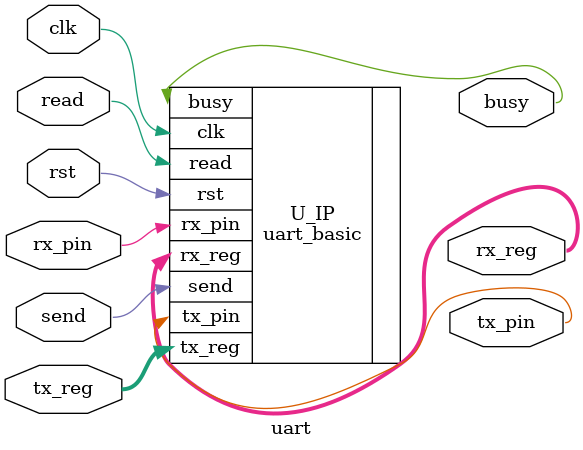
<source format=v>
/*
DESCRIPTION
This is the top level wrapper for the UART driver.

NOTES

	Pass through parameters:
	BIT_WIDTH = bit width
	START_BIT = start bit value
	LSB_TO_MSB = LSB first
	SINGLE_SEND = send signle must be toggled for each send
	
	Module specific parameters:
	PARITY_SEL = selects parity, 
			zero to disable parity,
			one - even parity
			two - odd parity
	
	ARCH_SEL = select various implementations of UART drivers
		not supported at this time
		currently only uart_basic exist
	
	Signals:
		read = enables rx module
		send = enables tx module to send what is currently in the tx_reg
		tx_pin = pin which data is shifted out to
		rx_pin = pin which data is shifted into
		rx_reg = reg which fills with data from rx_pin
		tx_reg = reg which data is shifted out from
		busy = indicates a transmission is occuring. Send and recieve at same time if desired.
TODO

*/

module uart #(
	parameter BIT_WIDTH = 8,
	parameter START_BIT = 0,
	parameter LSB_TO_MSB = 1,
	parameter SINGLE_SEND = 1,
	parameter PARITY_SEL = 0,
	parameter ARCH_SEL = 0
)(
	input clk,
	input rst,
	input read,
	input send,
	output busy,
	output tx_pin,
	input [BIT_WIDTH-1:0] tx_reg,
	input rx_pin,
	output [BIT_WIDTH-1:0] rx_reg
);

/**********
 * Internal Signals
**********/
/**********
 * Glue Logic 
 **********/
/**********
 * Synchronous Logic
 **********/
/**********
 * Glue Logic 
 **********/
/**********
 * Components
 **********/
uart_basic  #(
	.BIT_WIDTH(BIT_WIDTH),
	.START_BIT(START_BIT),
	.LSB_TO_MSB(LSB_TO_MSB),
	.SINGLE_SEND(SINGLE_SEND)
)U_IP(
	.clk(clk),
	.rst(rst),
	.send(send),
	.read(read),
	.busy(busy),
	.rx_pin(rx_pin),
	.tx_pin(tx_pin),
	.rx_reg(rx_reg),
	.tx_reg(tx_reg)
);
/**********
 * Output Combinatorial Logic
 **********/
endmodule
</source>
